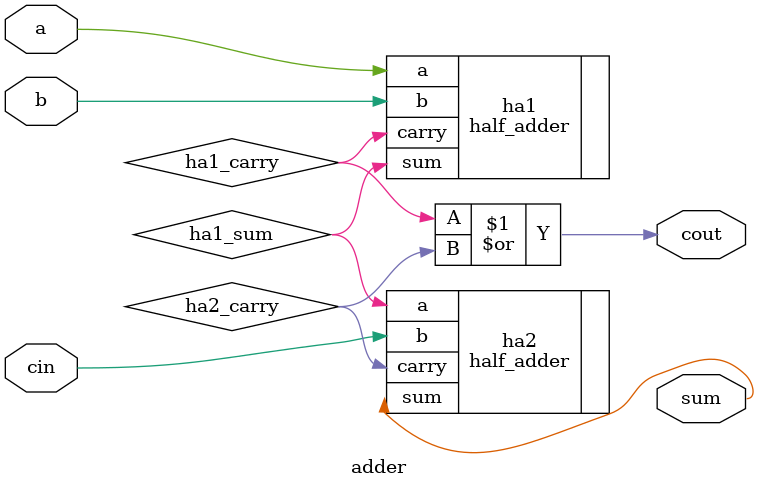
<source format=v>
module adder(
    input a, b, cin,
    output sum, cout
);

wire ha1_sum, ha1_carry, ha2_carry;

// First half adder
half_adder ha1(
    .a(a),
    .b(b),
    .sum(ha1_sum),
    .carry(ha1_carry)
);

// Second half adder
half_adder ha2(
    .a(ha1_sum),
    .b(cin),
    .sum(sum),
    .carry(ha2_carry)
);

// OR gate to calculate final carry out
assign cout = ha1_carry | ha2_carry;

endmodule

</source>
